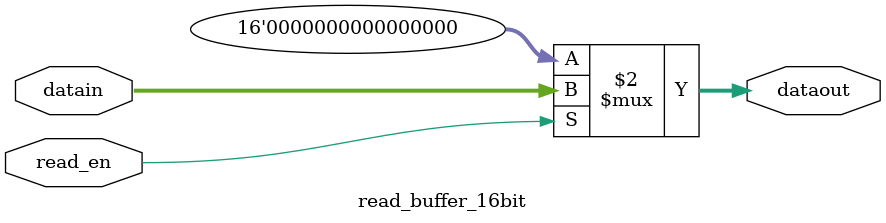
<source format=v>
module read_buffer_16bit(input read_en,
						      input [15:0]datain,
								
								output [15:0]dataout);
								
assign dataout = (read_en == 1) ? datain:
					   16'd0;
						  
endmodule

</source>
